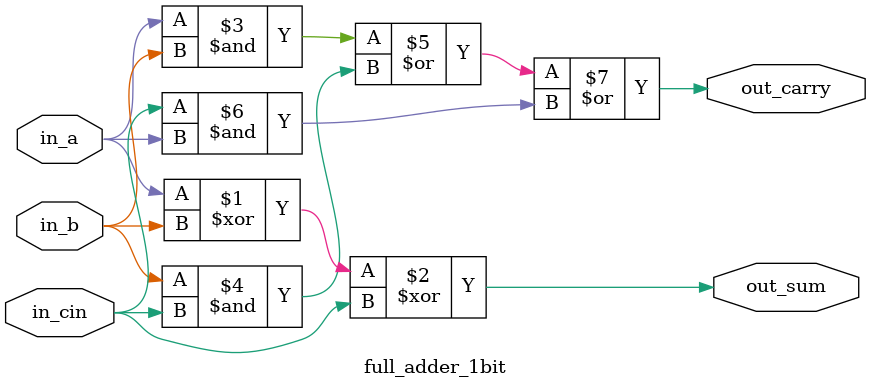
<source format=v>
module full_adder_1bit(
                      in_a,        //input 
                      in_b,        //input 
                      in_cin,      //input 
                      out_sum,     //output 
                      out_carry    //output 
                      );

//Declaring Ports

input in_a ,in_b ,in_cin ;    
output out_sum ,out_carry ;

//Full adder's sum and carry expression
  assign out_sum   = in_a ^ in_b ^ in_cin;     //xor operation

  assign out_carry = (in_a & in_b) | (in_b & in_cin) | (in_cin & in_a);

endmodule

</source>
